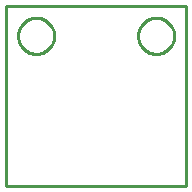
<source format=gbr>
G04 EAGLE Gerber RS-274X export*
G75*
%MOMM*%
%FSLAX34Y34*%
%LPD*%
%IN*%
%IPPOS*%
%AMOC8*
5,1,8,0,0,1.08239X$1,22.5*%
G01*
%ADD10C,0.254000*%


D10*
X0Y0D02*
X152400Y0D01*
X152400Y152400D01*
X0Y152400D01*
X0Y0D01*
X40640Y126456D02*
X40562Y125370D01*
X40407Y124292D01*
X40176Y123229D01*
X39869Y122184D01*
X39489Y121164D01*
X39037Y120174D01*
X38515Y119219D01*
X37926Y118303D01*
X37274Y117431D01*
X36561Y116609D01*
X35791Y115839D01*
X34969Y115126D01*
X34097Y114474D01*
X33181Y113885D01*
X32226Y113363D01*
X31236Y112911D01*
X30216Y112531D01*
X29171Y112224D01*
X28108Y111993D01*
X27030Y111838D01*
X25944Y111760D01*
X24856Y111760D01*
X23770Y111838D01*
X22692Y111993D01*
X21629Y112224D01*
X20584Y112531D01*
X19564Y112911D01*
X18574Y113363D01*
X17619Y113885D01*
X16703Y114474D01*
X15831Y115126D01*
X15009Y115839D01*
X14239Y116609D01*
X13526Y117431D01*
X12874Y118303D01*
X12285Y119219D01*
X11763Y120174D01*
X11311Y121164D01*
X10931Y122184D01*
X10624Y123229D01*
X10393Y124292D01*
X10238Y125370D01*
X10160Y126456D01*
X10160Y127544D01*
X10238Y128630D01*
X10393Y129708D01*
X10624Y130771D01*
X10931Y131816D01*
X11311Y132836D01*
X11763Y133826D01*
X12285Y134781D01*
X12874Y135697D01*
X13526Y136569D01*
X14239Y137391D01*
X15009Y138161D01*
X15831Y138874D01*
X16703Y139526D01*
X17619Y140115D01*
X18574Y140637D01*
X19564Y141089D01*
X20584Y141469D01*
X21629Y141776D01*
X22692Y142007D01*
X23770Y142162D01*
X24856Y142240D01*
X25944Y142240D01*
X27030Y142162D01*
X28108Y142007D01*
X29171Y141776D01*
X30216Y141469D01*
X31236Y141089D01*
X32226Y140637D01*
X33181Y140115D01*
X34097Y139526D01*
X34969Y138874D01*
X35791Y138161D01*
X36561Y137391D01*
X37274Y136569D01*
X37926Y135697D01*
X38515Y134781D01*
X39037Y133826D01*
X39489Y132836D01*
X39869Y131816D01*
X40176Y130771D01*
X40407Y129708D01*
X40562Y128630D01*
X40640Y127544D01*
X40640Y126456D01*
X142240Y126456D02*
X142162Y125370D01*
X142007Y124292D01*
X141776Y123229D01*
X141469Y122184D01*
X141089Y121164D01*
X140637Y120174D01*
X140115Y119219D01*
X139526Y118303D01*
X138874Y117431D01*
X138161Y116609D01*
X137391Y115839D01*
X136569Y115126D01*
X135697Y114474D01*
X134781Y113885D01*
X133826Y113363D01*
X132836Y112911D01*
X131816Y112531D01*
X130771Y112224D01*
X129708Y111993D01*
X128630Y111838D01*
X127544Y111760D01*
X126456Y111760D01*
X125370Y111838D01*
X124292Y111993D01*
X123229Y112224D01*
X122184Y112531D01*
X121164Y112911D01*
X120174Y113363D01*
X119219Y113885D01*
X118303Y114474D01*
X117431Y115126D01*
X116609Y115839D01*
X115839Y116609D01*
X115126Y117431D01*
X114474Y118303D01*
X113885Y119219D01*
X113363Y120174D01*
X112911Y121164D01*
X112531Y122184D01*
X112224Y123229D01*
X111993Y124292D01*
X111838Y125370D01*
X111760Y126456D01*
X111760Y127544D01*
X111838Y128630D01*
X111993Y129708D01*
X112224Y130771D01*
X112531Y131816D01*
X112911Y132836D01*
X113363Y133826D01*
X113885Y134781D01*
X114474Y135697D01*
X115126Y136569D01*
X115839Y137391D01*
X116609Y138161D01*
X117431Y138874D01*
X118303Y139526D01*
X119219Y140115D01*
X120174Y140637D01*
X121164Y141089D01*
X122184Y141469D01*
X123229Y141776D01*
X124292Y142007D01*
X125370Y142162D01*
X126456Y142240D01*
X127544Y142240D01*
X128630Y142162D01*
X129708Y142007D01*
X130771Y141776D01*
X131816Y141469D01*
X132836Y141089D01*
X133826Y140637D01*
X134781Y140115D01*
X135697Y139526D01*
X136569Y138874D01*
X137391Y138161D01*
X138161Y137391D01*
X138874Y136569D01*
X139526Y135697D01*
X140115Y134781D01*
X140637Y133826D01*
X141089Y132836D01*
X141469Y131816D01*
X141776Y130771D01*
X142007Y129708D01*
X142162Y128630D01*
X142240Y127544D01*
X142240Y126456D01*
M02*

</source>
